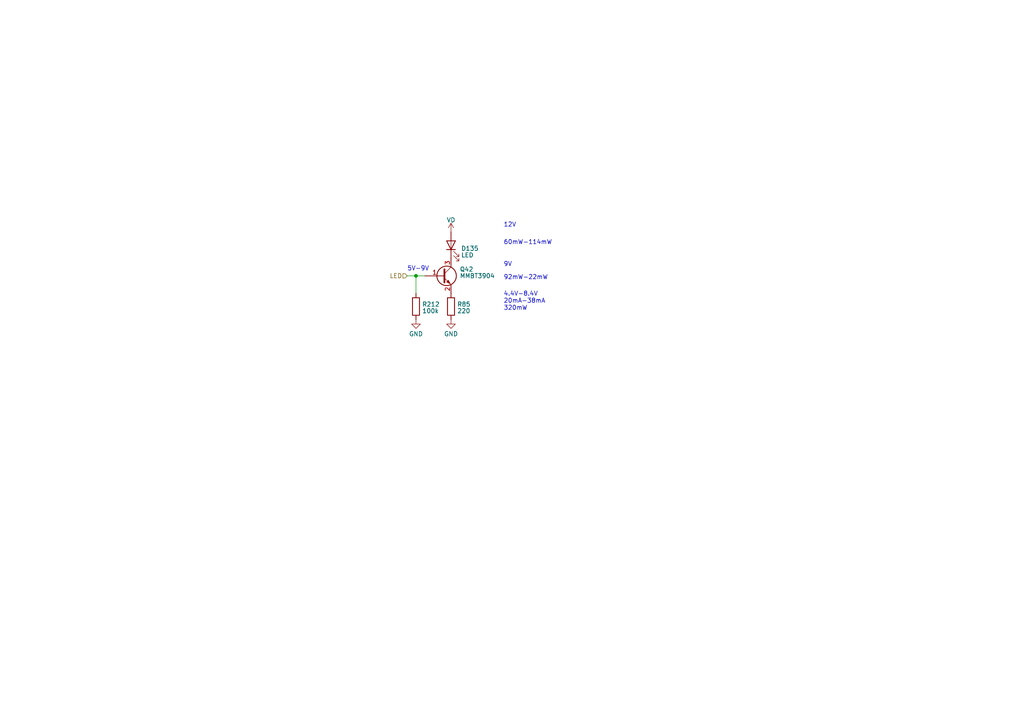
<source format=kicad_sch>
(kicad_sch (version 20230121) (generator eeschema)
  (paper "A4")
  (lib_symbols
    (symbol "Device:LED" (pin_numbers hide) (pin_names (offset 1.016) hide)
      (property "Reference" "D" (at 0 2.54 0))
      (property "Value" "LED" (at 0 -2.54 0))
      (symbol "LED_0_1"
        (polyline (pts (xy -1.27 -1.27) (xy -1.27 1.27)) (stroke (width 0.254)))
        (polyline (pts (xy -1.27 0) (xy 1.27 0)))
        (polyline (pts (xy 1.27 -1.27) (xy 1.27 1.27) (xy -1.27 0) (xy 1.27 -1.27)) (stroke (width 0.254)))
        (polyline (pts (xy -3.048 -0.762) (xy -4.572 -2.286) (xy -3.81 -2.286) (xy -4.572 -2.286) (xy -4.572 -1.524)))
        (polyline (pts (xy -1.778 -0.762) (xy -3.302 -2.286) (xy -2.54 -2.286) (xy -3.302 -2.286) (xy -3.302 -1.524)))
      )
      (symbol "LED_1_1"
        (pin passive line (at -3.81 0 0) (length 2.54) (name "K") (number "1"))
        (pin passive line (at 3.81 0 180) (length 2.54) (name "A") (number "2"))
      )
    )
    (symbol "Device:R" (pin_numbers hide) (pin_names (offset 0))
      (property "Reference" "R" (at 2.032 0 90))
      (property "Value" "R" (at 0 0 90))
      (symbol "R_0_1"
        (rectangle (start -1.016 -2.54) (end 1.016 2.54) (stroke (width 0.254)))
      )
      (symbol "R_1_1"
        (pin passive line (at 0 3.81 270) (length 1.27) (name "~") (number "1"))
        (pin passive line (at 0 -3.81 90) (length 1.27) (name "~") (number "2"))
      )
    )
    (symbol "Transistor_BJT:MMBT3904" (pin_names (offset 0) hide)
      (property "Reference" "Q" (at 5.08 1.905 0))
      (property "Value" "MMBT3904" (at 5.08 0 0))
      (symbol "MMBT3904_0_1"
        (polyline (pts (xy 0.635 0.635) (xy 2.54 2.54)))
        (polyline (pts (xy 0.635 -0.635) (xy 2.54 -2.54) (xy 2.54 -2.54)))
        (polyline (pts (xy 0.635 1.905) (xy 0.635 -1.905) (xy 0.635 -1.905)) (stroke (width 0.508)))
        (polyline (pts (xy 1.27 -1.778) (xy 1.778 -1.27) (xy 2.286 -2.286) (xy 1.27 -1.778) (xy 1.27 -1.778)) (fill (type outline)))
        (circle (center 1.27 0) (radius 2.8194) (stroke (width 0.254)))
      )
      (symbol "MMBT3904_1_1"
        (pin input line (at -5.08 0 0) (length 5.715) (name "B") (number "1"))
        (pin passive line (at 2.54 -5.08 90) (length 2.54) (name "E") (number "2"))
        (pin passive line (at 2.54 5.08 270) (length 2.54) (name "C") (number "3"))
      )
    )
    (symbol "power:GND" (power) (pin_names (offset 0))
      (property "Value" "GND" (at 0 -3.81 0))
      (symbol "GND_0_1"
        (polyline (pts (xy 0 0) (xy 0 -1.27) (xy 1.27 -1.27) (xy 0 -2.54) (xy -1.27 -1.27) (xy 0 -1.27)))
      )
      (symbol "GND_1_1"
        (pin power_in line (at 0 0 270) (length 0) hide (name "GND") (number "1"))
      )
    )
    (symbol "power:VD" (power) (pin_names (offset 0))
      (property "Value" "VD" (at 0 3.81 0))
      (symbol "VD_0_1"
        (polyline (pts (xy -0.762 1.27) (xy 0 2.54)))
        (polyline (pts (xy 0 0) (xy 0 2.54)))
        (polyline (pts (xy 0 2.54) (xy 0.762 1.27)))
      )
      (symbol "VD_1_1"
        (pin power_in line (at 0 0 90) (length 0) hide (name "VD") (number "1"))
      )
    )
  )
  (junction (at 120.65 80.01))
  (wire (pts (xy 118.11 80.01) (xy 120.65 80.01)))
  (wire (pts (xy 120.65 85.09) (xy 120.65 80.01)))
  (wire (pts (xy 120.65 80.01) (xy 123.19 80.01)))
  (text "4.4V-8.4V\n20mA-38mA\n320mW" (at 146.05 90.17 0) (effects (font (size 1.27 1.27)) (justify left bottom)))
  (text "60mW-114mW" (at 146.05 71.12 0) (effects (font (size 1.27 1.27)) (justify left bottom)))
  (text "12V" (at 146.05 66.04 0) (effects (font (size 1.27 1.27)) (justify left bottom)))
  (text "9V" (at 146.05 77.47 0) (effects (font (size 1.27 1.27)) (justify left bottom)))
  (text "5V-9V" (at 118.11 78.74 0) (effects (font (size 1.27 1.27)) (justify left bottom)))
  (text "92mW-22mW" (at 146.05 81.28 0) (effects (font (size 1.27 1.27)) (justify left bottom)))
  (hierarchical_label "LED" (shape input) (at 118.11 80.01 180))
  (symbol (lib_id "power:GND") (at 120.65 92.71 0) (unit 1)
    (property "Reference" "#PWR0214" (effects hide))
    (property "Value" "GND" (at 120.65 96.8455 0))
    (instances (project "transistor_clock" (path "" (reference "#PWR0214") (unit 1)) (path "" (reference "#PWR0208") (unit 1)) (path "" (reference "#PWR0177") (unit 1)) (path "" (reference "#PWR0182") (unit 1)) (path "" (reference "#PWR0130") (unit 1)) (path "" (reference "#PWR071") (unit 1)) (path "" (reference "#PWR081") (unit 1)) (path "" (reference "#PWR0121") (unit 1)) (path "" (reference "#PWR0133") (unit 1)) (path "" (reference "#PWR0144") (unit 1)) (path "" (reference "#PWR0147") (unit 1)) (path "" (reference "#PWR0170") (unit 1)) (path "" (reference "#PWR0174") (unit 1)) (path "" (reference "#PWR0195") (unit 1)) (path "" (reference "#PWR0211") (unit 1)) (path "" (reference "#PWR032") (unit 1)) (path "" (reference "#PWR011") (unit 1)) (path "" (reference "#PWR0204") (unit 1)) (path "" (reference "#PWR017") (unit 1)) (path "" (reference "#PWR023") (unit 1)) (path "" (reference "#PWR026") (unit 1)) (path "" (reference "#PWR091") (unit 1)) (path "" (reference "#PWR094") (unit 1)) (path "" (reference "#PWR020") (unit 1)) (path "" (reference "#PWR050") (unit 1)) (path "" (reference "#PWR059") (unit 1)) (path "" (reference "#PWR062") (unit 1)) (path "" (reference "#PWR065") (unit 1)) (path "" (reference "#PWR068") (unit 1)) (path "" (reference "#PWR084") (unit 1)) (path "" (reference "#PWR0201") (unit 1)) (path "" (reference "#PWR087") (unit 1)) (path "" (reference "#PWR029") (unit 1)) (path "" (reference "#PWR098") (unit 1)) (path "" (reference "#PWR0102") (unit 1)) (path "" (reference "#PWR0106") (unit 1)) (path "" (reference "#PWR0117") (unit 1)) (path "" (reference "#PWR0126") (unit 1)) (path "" (reference "#PWR0157") (unit 1)) (path "" (reference "#PWR0160") (unit 1)) (path "" (reference "#PWR0165") (unit 1))))
  )
  (symbol (lib_id "power:GND") (at 130.81 92.71 0) (unit 1)
    (property "Reference" "#PWR0108" (effects hide))
    (property "Value" "GND" (at 130.81 96.8455 0))
    (instances (project "transistor_clock" (path "" (reference "#PWR0108") (unit 1)) (path "" (reference "#PWR0104") (unit 1)) (path "" (reference "#PWR061") (unit 1)) (path "" (reference "#PWR064") (unit 1)) (path "" (reference "#PWR067") (unit 1)) (path "" (reference "#PWR070") (unit 1)) (path "" (reference "#PWR086") (unit 1)) (path "" (reference "#PWR089") (unit 1)) (path "" (reference "#PWR093") (unit 1)) (path "" (reference "#PWR096") (unit 1)) (path "" (reference "#PWR0100") (unit 1)) (path "" (reference "#PWR022") (unit 1)) (path "" (reference "#PWR052") (unit 1)) (path "" (reference "#PWR0119") (unit 1)) (path "" (reference "#PWR0128") (unit 1)) (path "" (reference "#PWR0159") (unit 1)) (path "" (reference "#PWR0162") (unit 1)) (path "" (reference "#PWR0167") (unit 1)) (path "" (reference "#PWR0172") (unit 1)) (path "" (reference "#PWR0176") (unit 1)) (path "" (reference "#PWR0179") (unit 1)) (path "" (reference "#PWR0197") (unit 1)) (path "" (reference "#PWR0213") (unit 1)) (path "" (reference "#PWR0132") (unit 1)) (path "" (reference "#PWR073") (unit 1)) (path "" (reference "#PWR083") (unit 1)) (path "" (reference "#PWR0123") (unit 1)) (path "" (reference "#PWR0135") (unit 1)) (path "" (reference "#PWR0146") (unit 1)) (path "" (reference "#PWR0210") (unit 1)) (path "" (reference "#PWR0216") (unit 1)) (path "" (reference "#PWR0149") (unit 1)) (path "" (reference "#PWR0184") (unit 1)) (path "" (reference "#PWR034") (unit 1)) (path "" (reference "#PWR013") (unit 1)) (path "" (reference "#PWR0206") (unit 1)) (path "" (reference "#PWR019") (unit 1)) (path "" (reference "#PWR025") (unit 1)) (path "" (reference "#PWR028") (unit 1)) (path "" (reference "#PWR031") (unit 1)) (path "" (reference "#PWR0203") (unit 1))))
  )
  (symbol (lib_id "Device:R") (at 130.81 88.9 0) (unit 1)
    (property "Reference" "R85" (at 132.588 88.2563 0) (effects (justify left)))
    (property "Value" "220" (at 132.588 90.1773 0) (effects (justify left)))
    (property "Footprint" "Resistor_SMD:R_0603_1608Metric" (effects hide))
    (property "Assembly" "True" (effects hide))
    (property "LCSC_PN" "C22962" (effects hide))
    (property "Price" "0.0009" (effects hide))
    (instances (project "transistor_clock" (path "" (reference "R85") (unit 1)) (path "" (reference "R79") (unit 1)) (path "" (reference "R43") (unit 1)) (path "" (reference "R45") (unit 1)) (path "" (reference "R47") (unit 1)) (path "" (reference "R49") (unit 1)) (path "" (reference "R57") (unit 1)) (path "" (reference "R59") (unit 1)) (path "" (reference "R65") (unit 1)) (path "" (reference "R67") (unit 1)) (path "" (reference "R73") (unit 1)) (path "" (reference "R9") (unit 1)) (path "" (reference "R41") (unit 1)) (path "" (reference "R93") (unit 1)) (path "" (reference "R109") (unit 1)) (path "" (reference "R131") (unit 1)) (path "" (reference "R133") (unit 1)) (path "" (reference "R143") (unit 1)) (path "" (reference "R153") (unit 1)) (path "" (reference "R159") (unit 1)) (path "" (reference "R161") (unit 1)) (path "" (reference "R187") (unit 1)) (path "" (reference "R211") (unit 1)) (path "" (reference "R115") (unit 1)) (path "" (reference "R51") (unit 1)) (path "" (reference "R55") (unit 1)) (path "" (reference "R99") (unit 1)) (path "" (reference "R117") (unit 1)) (path "" (reference "R125") (unit 1)) (path "" (reference "R209") (unit 1)) (path "" (reference "R213") (unit 1)) (path "" (reference "R127") (unit 1)) (path "" (reference "R171") (unit 1)) (path "" (reference "R17") (unit 1)) (path "" (reference "R5") (unit 1)) (path "" (reference "R203") (unit 1)) (path "" (reference "R7") (unit 1)) (path "" (reference "R11") (unit 1)) (path "" (reference "R13") (unit 1)) (path "" (reference "R15") (unit 1)) (path "" (reference "R201") (unit 1))))
  )
  (symbol (lib_id "Transistor_BJT:MMBT3904") (at 128.27 80.01 0) (unit 1)
    (property "Reference" "Q42" (at 133.35 78.105 0) (effects (justify left)))
    (property "Value" "MMBT3904" (at 133.35 80.01 0) (effects (justify left)))
    (property "Footprint" "Package_TO_SOT_SMD:SOT-23" (effects hide))
    (property "Datasheet" "https://www.onsemi.com/pub/Collateral/2N3903-D.PDF" (effects hide))
    (property "Assembly" "True" (effects hide))
    (property "LCSC_PN" "C20526" (effects hide))
    (property "Price" "0.0094" (effects hide))
    (instances (project "transistor_clock" (path "" (reference "Q42") (unit 1)) (path "" (reference "Q39") (unit 1)) (path "" (reference "Q21") (unit 1)) (path "" (reference "Q22") (unit 1)) (path "" (reference "Q23") (unit 1)) (path "" (reference "Q24") (unit 1)) (path "" (reference "Q28") (unit 1)) (path "" (reference "Q29") (unit 1)) (path "" (reference "Q32") (unit 1)) (path "" (reference "Q33") (unit 1)) (path "" (reference "Q36") (unit 1)) (path "" (reference "Q4") (unit 1)) (path "" (reference "Q20") (unit 1)) (path "" (reference "Q46") (unit 1)) (path "" (reference "Q54") (unit 1)) (path "" (reference "Q65") (unit 1)) (path "" (reference "Q66") (unit 1)) (path "" (reference "Q71") (unit 1)) (path "" (reference "Q76") (unit 1)) (path "" (reference "Q79") (unit 1)) (path "" (reference "Q80") (unit 1)) (path "" (reference "Q93") (unit 1)) (path "" (reference "Q105") (unit 1)) (path "" (reference "Q57") (unit 1)) (path "" (reference "Q25") (unit 1)) (path "" (reference "Q27") (unit 1)) (path "" (reference "Q49") (unit 1)) (path "" (reference "Q58") (unit 1)) (path "" (reference "Q62") (unit 1)) (path "" (reference "Q104") (unit 1)) (path "" (reference "Q106") (unit 1)) (path "" (reference "Q63") (unit 1)) (path "" (reference "Q85") (unit 1)) (path "" (reference "Q8") (unit 1)) (path "" (reference "Q2") (unit 1)) (path "" (reference "Q101") (unit 1)) (path "" (reference "Q3") (unit 1)) (path "" (reference "Q5") (unit 1)) (path "" (reference "Q6") (unit 1)) (path "" (reference "Q7") (unit 1)) (path "" (reference "Q100") (unit 1))))
  )
  (symbol (lib_id "Device:LED") (at 130.81 71.12 90) (unit 1)
    (property "Reference" "D135" (at 133.731 72.0638 90) (effects (justify right)))
    (property "Value" "LED" (at 133.731 73.9848 90) (effects (justify right)))
    (property "Footprint" "footprints:LED_filament_38mm" (effects hide))
    (property "Assembly" "False" (effects hide))
    (property "Price" "0.41" (effects hide))
    (instances (project "transistor_clock" (path "" (reference "D135") (unit 1)) (path "" (reference "D133") (unit 1)) (path "" (reference "D64") (unit 1)) (path "" (reference "D119") (unit 1)) (path "" (reference "D120") (unit 1)) (path "" (reference "D121") (unit 1)) (path "" (reference "D125") (unit 1)) (path "" (reference "D126") (unit 1)) (path "" (reference "D128") (unit 1)) (path "" (reference "D129") (unit 1)) (path "" (reference "D131") (unit 1)) (path "" (reference "D3") (unit 1)) (path "" (reference "D63") (unit 1)) (path "" (reference "D138") (unit 1)) (path "" (reference "D143") (unit 1)) (path "" (reference "D201") (unit 1)) (path "" (reference "D251") (unit 1)) (path "" (reference "D254") (unit 1)) (path "" (reference "D257") (unit 1)) (path "" (reference "D259") (unit 1)) (path "" (reference "D260") (unit 1)) (path "" (reference "D268") (unit 1)) (path "" (reference "D283") (unit 1)) (path "" (reference "D145") (unit 1)) (path "" (reference "D122") (unit 1)) (path "" (reference "D124") (unit 1)) (path "" (reference "D140") (unit 1)) (path "" (reference "D146") (unit 1)) (path "" (reference "D149") (unit 1)) (path "" (reference "D282") (unit 1)) (path "" (reference "D284") (unit 1)) (path "" (reference "D199") (unit 1)) (path "" (reference "D263") (unit 1)) (path "" (reference "D7") (unit 1)) (path "" (reference "D1") (unit 1)) (path "" (reference "D280") (unit 1)) (path "" (reference "D2") (unit 1)) (path "" (reference "D4") (unit 1)) (path "" (reference "D5") (unit 1)) (path "" (reference "D6") (unit 1)) (path "" (reference "D279") (unit 1))))
  )
  (symbol (lib_id "Device:R") (at 120.65 88.9 0) (unit 1)
    (property "Reference" "R212" (at 122.428 88.2563 0) (effects (justify left)))
    (property "Value" "100k" (at 122.428 90.1773 0) (effects (justify left)))
    (property "Footprint" "Resistor_SMD:R_0603_1608Metric" (effects hide))
    (property "Assembly" "True" (effects hide))
    (property "LCSC_PN" "C25803" (effects hide))
    (property "Price" "0.0009" (effects hide))
    (instances (project "transistor_clock" (path "" (reference "R212") (unit 1)) (path "" (reference "R208") (unit 1)) (path "" (reference "R160") (unit 1)) (path "" (reference "R170") (unit 1)) (path "" (reference "R114") (unit 1)) (path "" (reference "R50") (unit 1)) (path "" (reference "R54") (unit 1)) (path "" (reference "R98") (unit 1)) (path "" (reference "R116") (unit 1)) (path "" (reference "R124") (unit 1)) (path "" (reference "R126") (unit 1)) (path "" (reference "R152") (unit 1)) (path "" (reference "R158") (unit 1)) (path "" (reference "R186") (unit 1)) (path "" (reference "R210") (unit 1)) (path "" (reference "R16") (unit 1)) (path "" (reference "R4") (unit 1)) (path "" (reference "R202") (unit 1)) (path "" (reference "R6") (unit 1)) (path "" (reference "R10") (unit 1)) (path "" (reference "R12") (unit 1)) (path "" (reference "R64") (unit 1)) (path "" (reference "R66") (unit 1)) (path "" (reference "R8") (unit 1)) (path "" (reference "R40") (unit 1)) (path "" (reference "R42") (unit 1)) (path "" (reference "R44") (unit 1)) (path "" (reference "R46") (unit 1)) (path "" (reference "R48") (unit 1)) (path "" (reference "R56") (unit 1)) (path "" (reference "R200") (unit 1)) (path "" (reference "R58") (unit 1)) (path "" (reference "R14") (unit 1)) (path "" (reference "R72") (unit 1)) (path "" (reference "R78") (unit 1)) (path "" (reference "R84") (unit 1)) (path "" (reference "R92") (unit 1)) (path "" (reference "R108") (unit 1)) (path "" (reference "R130") (unit 1)) (path "" (reference "R132") (unit 1)) (path "" (reference "R142") (unit 1))))
  )
  (symbol (lib_id "power:VD") (at 130.81 67.31 0) (unit 1)
    (property "Reference" "#PWR0107" (effects hide))
    (property "Value" "VD" (at 130.81 63.8081 0))
    (instances (project "transistor_clock" (path "" (reference "#PWR0107") (unit 1)) (path "" (reference "#PWR0103") (unit 1)) (path "" (reference "#PWR060") (unit 1)) (path "" (reference "#PWR063") (unit 1)) (path "" (reference "#PWR066") (unit 1)) (path "" (reference "#PWR069") (unit 1)) (path "" (reference "#PWR085") (unit 1)) (path "" (reference "#PWR088") (unit 1)) (path "" (reference "#PWR092") (unit 1)) (path "" (reference "#PWR095") (unit 1)) (path "" (reference "#PWR099") (unit 1)) (path "" (reference "#PWR021") (unit 1)) (path "" (reference "#PWR051") (unit 1)) (path "" (reference "#PWR0118") (unit 1)) (path "" (reference "#PWR0127") (unit 1)) (path "" (reference "#PWR0158") (unit 1)) (path "" (reference "#PWR0161") (unit 1)) (path "" (reference "#PWR0166") (unit 1)) (path "" (reference "#PWR0171") (unit 1)) (path "" (reference "#PWR0175") (unit 1)) (path "" (reference "#PWR0178") (unit 1)) (path "" (reference "#PWR0196") (unit 1)) (path "" (reference "#PWR0212") (unit 1)) (path "" (reference "#PWR0131") (unit 1)) (path "" (reference "#PWR072") (unit 1)) (path "" (reference "#PWR082") (unit 1)) (path "" (reference "#PWR0122") (unit 1)) (path "" (reference "#PWR0134") (unit 1)) (path "" (reference "#PWR0145") (unit 1)) (path "" (reference "#PWR0209") (unit 1)) (path "" (reference "#PWR0215") (unit 1)) (path "" (reference "#PWR0148") (unit 1)) (path "" (reference "#PWR0183") (unit 1)) (path "" (reference "#PWR033") (unit 1)) (path "" (reference "#PWR012") (unit 1)) (path "" (reference "#PWR0205") (unit 1)) (path "" (reference "#PWR018") (unit 1)) (path "" (reference "#PWR024") (unit 1)) (path "" (reference "#PWR027") (unit 1)) (path "" (reference "#PWR030") (unit 1)) (path "" (reference "#PWR0202") (unit 1))))
  )
)
</source>
